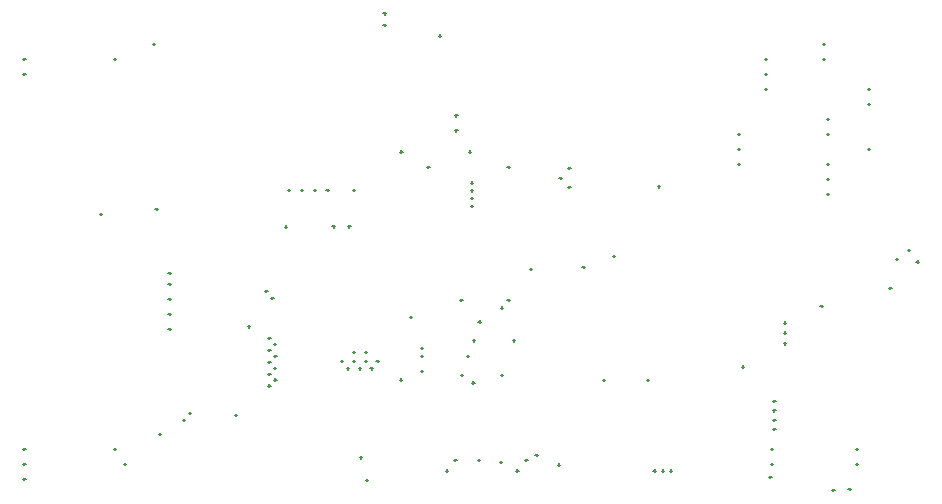
<source format=gbr>
%TF.GenerationSoftware,Altium Limited,Altium Designer,20.0.13 (296)*%
G04 Layer_Color=128*
%FSLAX26Y26*%
%MOIN*%
%TF.FileFunction,Drillmap*%
%TF.Part,Single*%
G01*
G75*
%TA.AperFunction,NonConductor*%
%ADD93C,0.005000*%
D93*
X1374016Y1574803D02*
X1381890D01*
X1377953Y1570866D02*
Y1578740D01*
X1374016Y1614173D02*
X1381890D01*
X1377953Y1610236D02*
Y1618110D01*
X2555118Y1212402D02*
X2562992D01*
X2559055Y1208465D02*
Y1216339D01*
X1350394Y455709D02*
X1358268D01*
X1354331Y451772D02*
Y459646D01*
X1295276Y134534D02*
X1303150D01*
X1299213Y130597D02*
Y138471D01*
X1314961Y59016D02*
X1322835D01*
X1318898Y55079D02*
Y62953D01*
X3060039Y698898D02*
X3067913D01*
X3063976Y694961D02*
Y702835D01*
X476378Y1462402D02*
X484252D01*
X480315Y1458465D02*
Y1466339D01*
X2645669Y1412402D02*
X2653543D01*
X2649606Y1408465D02*
Y1416339D01*
X173228Y162402D02*
X181102D01*
X177165Y158465D02*
Y166339D01*
X2289343Y1037965D02*
X2297217D01*
X2293280Y1034028D02*
Y1041902D01*
X2852362Y1112402D02*
X2860236D01*
X2856299Y1108465D02*
Y1116339D01*
X704724Y259842D02*
X712598D01*
X708661Y255905D02*
Y263779D01*
X2037402Y770079D02*
X2045276D01*
X2041339Y766142D02*
Y774016D01*
X1000000Y665354D02*
X1007874D01*
X1003937Y661417D02*
Y669291D01*
X2138583Y805118D02*
X2146457D01*
X2142520Y801181D02*
Y809055D01*
X1519882Y1103346D02*
X1527756D01*
X1523819Y1099409D02*
Y1107283D01*
X2645669Y1362402D02*
X2653543D01*
X2649606Y1358465D02*
Y1366339D01*
X1430118Y1153543D02*
X1437992D01*
X1434055Y1149606D02*
Y1157480D01*
X1862205Y761811D02*
X1870079D01*
X1866142Y757874D02*
Y765748D01*
X1690945Y587092D02*
X1698819D01*
X1694882Y583155D02*
Y591029D01*
X2251968Y391732D02*
X2259843D01*
X2255905Y387795D02*
Y395669D01*
X1955610Y110236D02*
X1963484D01*
X1959547Y106299D02*
Y114173D01*
X2870079Y25591D02*
X2877953D01*
X2874016Y21654D02*
Y29528D01*
X3082677Y796811D02*
X3090551D01*
X3086614Y792874D02*
Y800748D01*
X1765748Y633858D02*
X1773622D01*
X1769685Y629921D02*
Y637795D01*
X980315Y688976D02*
X988189D01*
X984252Y685039D02*
Y692913D01*
X614173Y962402D02*
X622048D01*
X618111Y958465D02*
Y966339D01*
X1670276Y383858D02*
X1678150D01*
X1674213Y379921D02*
Y387795D01*
X1688976Y125000D02*
X1696850D01*
X1692913Y121063D02*
Y128937D01*
X990157Y452249D02*
X998031D01*
X994094Y448312D02*
Y456186D01*
X990157Y413386D02*
X998031D01*
X994094Y409449D02*
Y417323D01*
X990157Y492126D02*
X998031D01*
X994094Y488189D02*
Y496063D01*
X990157Y531496D02*
X998031D01*
X994094Y527559D02*
Y535433D01*
X1665354Y1050197D02*
X1673228D01*
X1669291Y1046260D02*
Y1054134D01*
X921260Y570866D02*
X929134D01*
X925197Y566929D02*
Y574803D01*
X1665354Y1024606D02*
X1673228D01*
X1669291Y1020669D02*
Y1028543D01*
X657480Y749016D02*
X665354D01*
X661417Y745079D02*
Y752953D01*
X625984Y212402D02*
X633858D01*
X629921Y208465D02*
Y216339D01*
X2568898Y437008D02*
X2576772D01*
X2572835Y433071D02*
Y440945D01*
X2673228Y228346D02*
X2681102D01*
X2677165Y224410D02*
Y232284D01*
X2665354Y162402D02*
X2673228D01*
X2669291Y158465D02*
Y166339D01*
X2665354Y112402D02*
X2673228D01*
X2669291Y108465D02*
Y116339D01*
X1232284Y455709D02*
X1240158D01*
X1236220Y451772D02*
Y459646D01*
X2328740Y90551D02*
X2336614D01*
X2332677Y86614D02*
Y94488D01*
X2274070Y90551D02*
X2281945D01*
X2278008Y86614D02*
Y94488D01*
X2948819Y112402D02*
X2956693D01*
X2952756Y108465D02*
Y116339D01*
X2659987Y68897D02*
X2667861D01*
X2663924Y64960D02*
Y72834D01*
X2708661Y514173D02*
X2716535D01*
X2712598Y510236D02*
Y518110D01*
X1761811Y119630D02*
X1769685D01*
X1765748Y115693D02*
Y123567D01*
X2924213Y29528D02*
X2932087D01*
X2928150Y25591D02*
Y33465D01*
X2830709Y639173D02*
X2838582D01*
X2834646Y635236D02*
Y643110D01*
X1184055Y1026417D02*
X1191929D01*
X1187992Y1022480D02*
Y1030354D01*
X1498032Y473425D02*
X1505906D01*
X1501968Y469488D02*
Y477362D01*
X1271654Y485236D02*
X1279528D01*
X1275591Y481299D02*
Y489173D01*
X1311024Y485236D02*
X1318898D01*
X1314961Y481299D02*
Y489173D01*
X1054921Y1025630D02*
X1062795D01*
X1058858Y1021693D02*
Y1029567D01*
X1787402Y658858D02*
X1795276D01*
X1791339Y654921D02*
Y662795D01*
X1805118Y524606D02*
X1812992D01*
X1809055Y520669D02*
Y528543D01*
X1651575Y473425D02*
X1659449D01*
X1655512Y469488D02*
Y477362D01*
X1610236Y125000D02*
X1618110D01*
X1614173Y121063D02*
Y128937D01*
X1765748Y408464D02*
X1773622D01*
X1769685Y404527D02*
Y412401D01*
X1271457Y1025630D02*
X1279331D01*
X1275394Y1021693D02*
Y1029567D01*
X1141536Y1025630D02*
X1149410D01*
X1145473Y1021693D02*
Y1029567D01*
X1098228Y1025630D02*
X1106102D01*
X1102166Y1021693D02*
Y1029567D01*
X1613189Y1224213D02*
X1621063D01*
X1617126Y1220276D02*
Y1228150D01*
X1613189Y1274606D02*
X1621063D01*
X1617126Y1270669D02*
Y1278543D01*
X1665354Y999016D02*
X1673228D01*
X1669291Y995079D02*
Y1002953D01*
X1665354Y973425D02*
X1673228D01*
X1669291Y969488D02*
Y977362D01*
X2106299Y392716D02*
X2114173D01*
X2110236Y388779D02*
Y396654D01*
X1631850Y408464D02*
X1639724D01*
X1635787Y404527D02*
Y412401D01*
X1498032Y422244D02*
X1505906D01*
X1501968Y418307D02*
Y426181D01*
X1498032Y499016D02*
X1505906D01*
X1501968Y495079D02*
Y502953D01*
X724409Y281496D02*
X732284D01*
X728346Y277559D02*
Y285433D01*
X657480Y712402D02*
X665354D01*
X661417Y708465D02*
Y716339D01*
X657480Y662402D02*
X665354D01*
X661417Y658465D02*
Y666339D01*
X657480Y612402D02*
X665354D01*
X661417Y608465D02*
Y616339D01*
X657480Y562402D02*
X665354D01*
X661417Y558465D02*
Y566339D01*
X2948819Y162402D02*
X2956693D01*
X2952756Y158465D02*
Y166339D01*
X173228Y1462402D02*
X181102D01*
X177165Y1458465D02*
Y1466339D01*
X3150591Y787402D02*
X3158465D01*
X3154528Y783465D02*
Y791339D01*
X3121063Y826772D02*
X3128937D01*
X3125000Y822835D02*
Y830709D01*
X2645669Y1462402D02*
X2653543D01*
X2649606Y1458465D02*
Y1466339D01*
X429134Y944882D02*
X437008D01*
X433071Y940945D02*
Y948819D01*
X1629921Y658858D02*
X1637795D01*
X1633858Y654921D02*
Y662795D01*
X1461614Y601378D02*
X1469488D01*
X1465551Y597441D02*
Y605315D01*
X1008858Y433071D02*
X1016732D01*
X1012795Y429134D02*
Y437008D01*
X1009803Y472441D02*
X1017677D01*
X1013740Y468504D02*
Y476378D01*
X1009598Y512015D02*
X1017472D01*
X1013535Y508079D02*
Y515952D01*
X1009803Y393701D02*
X1017677D01*
X1013740Y389764D02*
Y397638D01*
X1582677Y90551D02*
X1590551D01*
X1586614Y86614D02*
Y94488D01*
X2301181Y90551D02*
X2309055D01*
X2305118Y86614D02*
Y94488D01*
X1816929Y90551D02*
X1824803D01*
X1820866Y86614D02*
Y94488D01*
X2673228Y259842D02*
X2681102D01*
X2677165Y255905D02*
Y263779D01*
X1271654Y455709D02*
X1279528D01*
X1275591Y451772D02*
Y459646D01*
X2838583Y1462402D02*
X2846457D01*
X2842520Y1458465D02*
Y1466339D01*
X2838583Y1512402D02*
X2846457D01*
X2842520Y1508465D02*
Y1516339D01*
X507874Y112402D02*
X515748D01*
X511811Y108465D02*
Y116339D01*
X476378Y162402D02*
X484252D01*
X480315Y158465D02*
Y166339D01*
X606299Y1512402D02*
X614173D01*
X610236Y1508465D02*
Y1516339D01*
X173228Y1412402D02*
X181102D01*
X177165Y1408465D02*
Y1416339D01*
X173228Y112402D02*
X181102D01*
X177165Y108465D02*
Y116339D01*
X173228Y62402D02*
X181102D01*
X177165Y58465D02*
Y66339D01*
X1880893Y142172D02*
X1888767D01*
X1884830Y138235D02*
Y146109D01*
X1787402Y1101378D02*
X1795276D01*
X1791339Y1097441D02*
Y1105315D01*
X1659449Y1153543D02*
X1667323D01*
X1663386Y1149606D02*
Y1157480D01*
X1559469Y1540748D02*
X1567343D01*
X1563406Y1536811D02*
Y1544685D01*
X1429173Y393701D02*
X1437047D01*
X1433110Y389764D02*
Y397638D01*
X2852362Y1212402D02*
X2860236D01*
X2856299Y1208465D02*
Y1216339D01*
X2852362Y1012402D02*
X2860236D01*
X2856299Y1008465D02*
Y1016339D01*
X2852362Y1062402D02*
X2860236D01*
X2856299Y1058465D02*
Y1066339D01*
X1251968Y431102D02*
X1259842D01*
X1255906Y427165D02*
Y435039D01*
X2988799Y1312922D02*
X2996673D01*
X2992736Y1308985D02*
Y1316859D01*
X2988799Y1362922D02*
X2996673D01*
X2992736Y1358985D02*
Y1366859D01*
X2989319Y1163443D02*
X2997193D01*
X2993256Y1159506D02*
Y1167380D01*
X2852362Y1262402D02*
X2860236D01*
X2856299Y1258465D02*
Y1266339D01*
X2673228Y322835D02*
X2681102D01*
X2677165Y318898D02*
Y326772D01*
X2673228Y291339D02*
X2681102D01*
X2677165Y287402D02*
Y295276D01*
X1330709Y431102D02*
X1338583D01*
X1334646Y427165D02*
Y435039D01*
X1291339Y431102D02*
X1299213D01*
X1295276Y427165D02*
Y435039D01*
X1311024Y455709D02*
X1318898D01*
X1314961Y451772D02*
Y459646D01*
X877953Y275591D02*
X885827D01*
X881890Y271654D02*
Y279527D01*
X1671220Y524606D02*
X1679094D01*
X1675158Y520669D02*
Y528543D01*
X1846457Y125748D02*
X1854331D01*
X1850394Y121811D02*
Y129685D01*
X2708661Y550197D02*
X2716535D01*
X2712598Y546260D02*
Y554134D01*
X2708661Y583661D02*
X2716535D01*
X2712598Y579724D02*
Y587598D01*
X990158Y374016D02*
X998032D01*
X994095Y370079D02*
Y377953D01*
X2555118Y1112402D02*
X2562992D01*
X2559055Y1108465D02*
Y1116339D01*
X1960630Y1064961D02*
X1968504D01*
X1964567Y1061024D02*
Y1068898D01*
X1990158Y1099409D02*
X1998032D01*
X1994094Y1095472D02*
Y1103346D01*
X1990158Y1036417D02*
X1998032D01*
X1994094Y1032480D02*
Y1040354D01*
X1203839Y904626D02*
X1211713D01*
X1207776Y900689D02*
Y908563D01*
X1256988Y904626D02*
X1264862D01*
X1260925Y900689D02*
Y908563D01*
X1045276Y903543D02*
X1053150D01*
X1049213Y899606D02*
Y907480D01*
X2555118Y1162402D02*
X2562992D01*
X2559055Y1158465D02*
Y1166339D01*
%TF.MD5,491001b1743b3a24dadb8e1396403734*%
M02*

</source>
